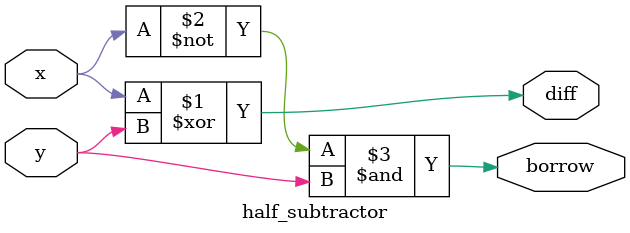
<source format=v>
module half_subtractor(diff,borrow,x,y);

input x,y;
output diff,borrow;

assign diff = x ^ y ; //difference 
assign borrow = ~x & y ; //borrow
endmodule

</source>
